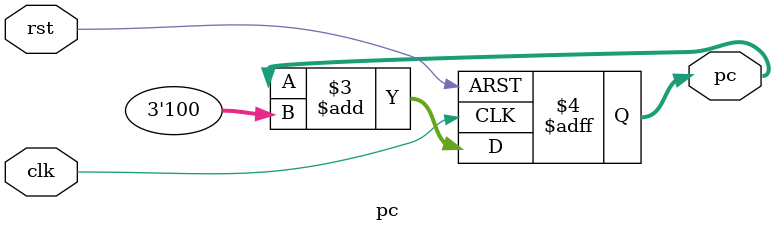
<source format=sv>
module pc(
	//entradas
	input clk, rst,
	
	//saidas
	output reg [31:0] pc
);

always @(posedge clk, negedge rst)
	begin
	if(rst == 1'b0)
		begin	
			pc <= 32'd0;
		end 
	else 
		begin
			pc <= pc + 3'h4;
		end
	end
		
endmodule
</source>
